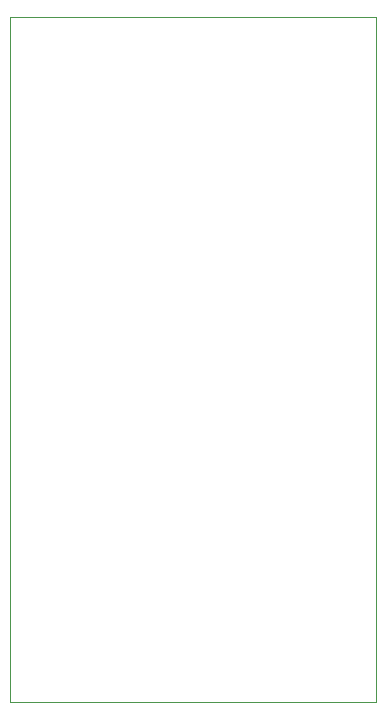
<source format=gm1>
G04 #@! TF.GenerationSoftware,KiCad,Pcbnew,8.0.5*
G04 #@! TF.CreationDate,2024-10-23T20:54:20+02:00*
G04 #@! TF.ProjectId,battEliminator,62617474-456c-4696-9d69-6e61746f722e,0.2*
G04 #@! TF.SameCoordinates,Original*
G04 #@! TF.FileFunction,Profile,NP*
%FSLAX46Y46*%
G04 Gerber Fmt 4.6, Leading zero omitted, Abs format (unit mm)*
G04 Created by KiCad (PCBNEW 8.0.5) date 2024-10-23 20:54:20*
%MOMM*%
%LPD*%
G01*
G04 APERTURE LIST*
G04 #@! TA.AperFunction,Profile*
%ADD10C,0.100000*%
G04 #@! TD*
G04 APERTURE END LIST*
D10*
X112250000Y-86750000D02*
X143250000Y-86750000D01*
X143250000Y-144750000D01*
X112250000Y-144750000D01*
X112250000Y-86750000D01*
M02*

</source>
